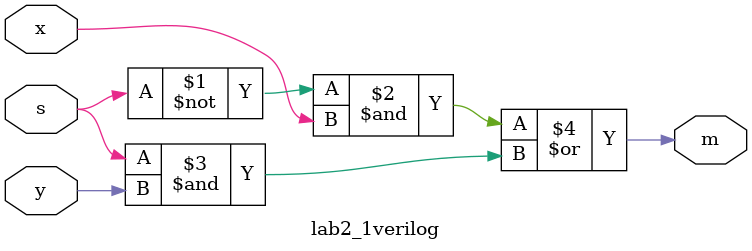
<source format=v>
`timescale 1ns / 1ps


module lab2_1verilog(
    input x,
    input y,
    input s,
    output m
    );
    
    assign m = (~s&x) | (s&y);
    
endmodule

</source>
